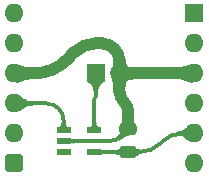
<source format=gtl>
%TF.GenerationSoftware,KiCad,Pcbnew,9.0.7*%
%TF.CreationDate,2026-01-29T18:33:57+02:00*%
%TF.ProjectId,W65C816 Power,57363543-3831-4362-9050-6f7765722e6b,V1*%
%TF.SameCoordinates,Original*%
%TF.FileFunction,Copper,L1,Top*%
%TF.FilePolarity,Positive*%
%FSLAX46Y46*%
G04 Gerber Fmt 4.6, Leading zero omitted, Abs format (unit mm)*
G04 Created by KiCad (PCBNEW 9.0.7) date 2026-01-29 18:33:57*
%MOMM*%
%LPD*%
G01*
G04 APERTURE LIST*
G04 Aperture macros list*
%AMRoundRect*
0 Rectangle with rounded corners*
0 $1 Rounding radius*
0 $2 $3 $4 $5 $6 $7 $8 $9 X,Y pos of 4 corners*
0 Add a 4 corners polygon primitive as box body*
4,1,4,$2,$3,$4,$5,$6,$7,$8,$9,$2,$3,0*
0 Add four circle primitives for the rounded corners*
1,1,$1+$1,$2,$3*
1,1,$1+$1,$4,$5*
1,1,$1+$1,$6,$7*
1,1,$1+$1,$8,$9*
0 Add four rect primitives between the rounded corners*
20,1,$1+$1,$2,$3,$4,$5,0*
20,1,$1+$1,$4,$5,$6,$7,0*
20,1,$1+$1,$6,$7,$8,$9,0*
20,1,$1+$1,$8,$9,$2,$3,0*%
G04 Aperture macros list end*
%TA.AperFunction,ComponentPad*%
%ADD10C,1.500000*%
%TD*%
%TA.AperFunction,ComponentPad*%
%ADD11R,1.500000X1.500000*%
%TD*%
%TA.AperFunction,SMDPad,CuDef*%
%ADD12R,1.150000X0.600000*%
%TD*%
%TA.AperFunction,SMDPad,CuDef*%
%ADD13RoundRect,0.250000X0.475000X-0.250000X0.475000X0.250000X-0.475000X0.250000X-0.475000X-0.250000X0*%
%TD*%
%TA.AperFunction,ComponentPad*%
%ADD14R,1.600000X1.600000*%
%TD*%
%TA.AperFunction,ComponentPad*%
%ADD15O,1.600000X1.600000*%
%TD*%
%TA.AperFunction,ComponentPad*%
%ADD16RoundRect,0.400000X-0.400000X-0.400000X0.400000X-0.400000X0.400000X0.400000X-0.400000X0.400000X0*%
%TD*%
%TA.AperFunction,Conductor*%
%ADD17C,0.380000*%
%TD*%
%TA.AperFunction,Conductor*%
%ADD18C,1.000000*%
%TD*%
G04 APERTURE END LIST*
D10*
%TO.P,C3,2*%
%TO.N,GND*%
X8889999Y-5080000D03*
D11*
%TO.P,C3,1*%
%TO.N,12V*%
X6889999Y-5080000D03*
%TD*%
D12*
%TO.P,IC1,5,14VIn*%
%TO.N,12V*%
X6761000Y-9845000D03*
%TO.P,IC1,4,5.0VOut*%
%TO.N,W65C816V*%
X6761000Y-11745000D03*
%TO.P,IC1,3,Bypass*%
%TO.N,unconnected-(IC1-Bypass-Pad3)*%
X4161000Y-11745000D03*
%TO.P,IC1,2,GND*%
%TO.N,GND*%
X4161000Y-10795000D03*
%TO.P,IC1,1,~{SHDN}*%
%TO.N,5V*%
X4161000Y-9845000D03*
%TD*%
D13*
%TO.P,C4,2*%
%TO.N,GND*%
X9652000Y-9829000D03*
%TO.P,C4,1*%
%TO.N,W65C816V*%
X9652000Y-11729000D03*
%TD*%
D14*
%TO.P,J2,12*%
%TO.N,unconnected-(J2-Pad12)*%
X15240000Y0D03*
D15*
%TO.P,J2,11*%
%TO.N,unconnected-(J2-Pad11)*%
X15240000Y-2540000D03*
%TO.P,J2,10*%
%TO.N,GND*%
X15240000Y-5080000D03*
%TO.P,J2,9*%
%TO.N,unconnected-(J2-Pad9)*%
X15240000Y-7620000D03*
%TO.P,J2,8*%
%TO.N,W65C816V*%
X15240000Y-10160000D03*
%TO.P,J2,7*%
%TO.N,unconnected-(J2-Pad7)*%
X15240000Y-12700000D03*
D16*
%TO.P,J2,6*%
%TO.N,unconnected-(J2-Pad6)*%
X0Y-12700000D03*
D15*
%TO.P,J2,5*%
%TO.N,unconnected-(J2-Pad5)*%
X0Y-10160000D03*
%TO.P,J2,4*%
%TO.N,5V*%
X0Y-7620000D03*
%TO.P,J2,3*%
%TO.N,GND*%
X0Y-5080000D03*
%TO.P,J2,2*%
%TO.N,12V*%
X0Y-2540000D03*
%TO.P,J2,1*%
%TO.N,unconnected-(J2-Pad1)*%
X0Y0D03*
%TD*%
D17*
%TO.N,5V*%
X3731500Y-8049500D02*
G75*
G02*
X4160998Y-9086404I-1036900J-1036900D01*
G01*
X3731500Y-8049500D02*
G75*
G03*
X2694595Y-7620002I-1036900J-1036900D01*
G01*
D18*
%TO.N,GND*%
X8889999Y-6573184D02*
G75*
G03*
X9270995Y-7493005I1300801J-16D01*
G01*
X8445499Y-2984499D02*
G75*
G03*
X7372382Y-2540007I-1073099J-1073101D01*
G01*
X6921500Y-2540000D02*
G75*
G03*
X5078687Y-3303331I0J-2606100D01*
G01*
X9271000Y-7493000D02*
G75*
G02*
X9651994Y-8412815I-919800J-919800D01*
G01*
X4469433Y-3912566D02*
G75*
G02*
X1651000Y-5079998I-2818433J2818436D01*
G01*
X8445499Y-2984499D02*
G75*
G02*
X8889993Y-4057616I-1073099J-1073101D01*
G01*
D17*
X9148500Y-10332500D02*
G75*
G02*
X7932943Y-10835999I-1215560J1215570D01*
G01*
%TO.N,12V*%
X6825499Y-7176499D02*
G75*
G03*
X6761006Y-7332215I155701J-155701D01*
G01*
X6889999Y-7020783D02*
G75*
G02*
X6825504Y-7176504I-220199J-17D01*
G01*
%TO.N,W65C816V*%
X12341510Y-11026488D02*
G75*
G02*
X10645500Y-11729005I-1696010J1695988D01*
G01*
X14224000Y-10160000D02*
G75*
G03*
X12489588Y-10878429I0J-2452800D01*
G01*
D18*
%TO.N,GND*%
X1651000Y-5080000D02*
X0Y-5080000D01*
X7372382Y-2540000D02*
X6921500Y-2540000D01*
X8889999Y-4057616D02*
X8889999Y-5080000D01*
X5078677Y-3303321D02*
X4469433Y-3912566D01*
X8889999Y-5080000D02*
X15240000Y-5080000D01*
X8889999Y-6573184D02*
X8889999Y-5080000D01*
D17*
X7932943Y-10836000D02*
X4202000Y-10836000D01*
X9652000Y-9829000D02*
X9148500Y-10332500D01*
%TO.N,5V*%
X4161000Y-9086404D02*
X4161000Y-9845000D01*
X2694595Y-7620000D02*
X0Y-7620000D01*
%TO.N,12V*%
X6889999Y-7020783D02*
X6889999Y-5080000D01*
X6761000Y-7332215D02*
X6761000Y-9845000D01*
%TO.N,W65C816V*%
X12341510Y-11026488D02*
X12489579Y-10878420D01*
X10645500Y-11729000D02*
X9652000Y-11729000D01*
X14224000Y-10160000D02*
X15240000Y-10160000D01*
X6761000Y-11745000D02*
X9636000Y-11745000D01*
D18*
%TO.N,GND*%
X9652000Y-8412815D02*
X9652000Y-9829000D01*
%TD*%
%TA.AperFunction,Conductor*%
%TO.N,GND*%
G36*
X167861Y-4298164D02*
G01*
X232999Y-4313589D01*
X495781Y-4375820D01*
X496494Y-4376014D01*
X738146Y-4450545D01*
X950122Y-4514970D01*
X1141721Y-4550409D01*
X1201379Y-4561444D01*
X1201381Y-4561444D01*
X1201391Y-4561446D01*
X1372547Y-4575181D01*
X1573194Y-4579740D01*
X1581387Y-4583354D01*
X1584628Y-4591437D01*
X1584628Y-5568684D01*
X1581201Y-5576957D01*
X1573318Y-5580377D01*
X1294929Y-5589669D01*
X1294918Y-5589670D01*
X1078938Y-5616574D01*
X1078931Y-5616575D01*
X904158Y-5657560D01*
X738144Y-5709455D01*
X738143Y-5709455D01*
X532554Y-5773712D01*
X531810Y-5773918D01*
X167901Y-5861772D01*
X159054Y-5860383D01*
X153782Y-5853145D01*
X153683Y-5852696D01*
X137895Y-5773828D01*
X-541Y-5082292D01*
X-541Y-5077707D01*
X153694Y-4307250D01*
X158677Y-4299813D01*
X167462Y-4298077D01*
X167861Y-4298164D01*
G37*
%TD.AperFunction*%
%TD*%
%TA.AperFunction,Conductor*%
%TO.N,GND*%
G36*
X9343400Y-3635945D02*
G01*
X9348851Y-3643049D01*
X9348900Y-3643235D01*
X9469776Y-4125974D01*
X9469907Y-4126560D01*
X9539863Y-4482629D01*
X9539876Y-4482700D01*
X9623424Y-4922300D01*
X9621602Y-4931068D01*
X9614228Y-4935957D01*
X8892553Y-5080505D01*
X8887959Y-5080505D01*
X8166404Y-4936082D01*
X8158964Y-4931099D01*
X8157228Y-4922314D01*
X8157333Y-4921840D01*
X8188657Y-4794955D01*
X8188959Y-4793939D01*
X8228752Y-4679658D01*
X8229207Y-4678540D01*
X8314371Y-4497072D01*
X8366222Y-4391122D01*
X8409424Y-4257989D01*
X8418501Y-4186585D01*
X8418290Y-4105915D01*
X8406189Y-4006693D01*
X8382548Y-3901466D01*
X8384078Y-3892644D01*
X8390935Y-3887601D01*
X9334523Y-3634776D01*
X9343400Y-3635945D01*
G37*
%TD.AperFunction*%
%TD*%
%TA.AperFunction,Conductor*%
%TO.N,GND*%
G36*
X9047977Y-4347037D02*
G01*
X9332949Y-4411237D01*
X9333401Y-4411350D01*
X9549238Y-4470249D01*
X9713137Y-4514988D01*
X9967621Y-4561207D01*
X10146633Y-4575151D01*
X10364137Y-4579757D01*
X10372334Y-4583358D01*
X10375588Y-4591454D01*
X10375588Y-5568618D01*
X10372161Y-5576891D01*
X10364211Y-5580314D01*
X10093471Y-5587794D01*
X9884865Y-5609930D01*
X9715044Y-5644537D01*
X9715041Y-5644537D01*
X9715040Y-5644538D01*
X9549235Y-5689752D01*
X9549192Y-5689763D01*
X9437875Y-5721016D01*
X9437395Y-5721140D01*
X9048095Y-5812815D01*
X9039256Y-5811376D01*
X9034025Y-5804109D01*
X9033941Y-5803725D01*
X8889459Y-5082298D01*
X8889459Y-5077702D01*
X9033964Y-4356157D01*
X9038948Y-4348721D01*
X9047733Y-4346986D01*
X9047977Y-4347037D01*
G37*
%TD.AperFunction*%
%TD*%
%TA.AperFunction,Conductor*%
%TO.N,GND*%
G36*
X15080945Y-4299616D02*
G01*
X15086217Y-4306854D01*
X15086316Y-4307303D01*
X15240540Y-5077703D01*
X15240540Y-5082297D01*
X15086306Y-5852747D01*
X15081322Y-5860186D01*
X15072537Y-5861922D01*
X15072138Y-5861835D01*
X14744239Y-5784183D01*
X14743487Y-5783978D01*
X14501832Y-5709447D01*
X14289885Y-5645031D01*
X14038621Y-5598555D01*
X14038611Y-5598554D01*
X14038610Y-5598554D01*
X13867454Y-5584819D01*
X13847145Y-5584357D01*
X13666806Y-5580259D01*
X13658613Y-5576645D01*
X13655372Y-5568562D01*
X13655372Y-4591315D01*
X13658799Y-4583042D01*
X13666680Y-4579622D01*
X13790504Y-4575489D01*
X13945069Y-4570330D01*
X13945078Y-4570329D01*
X13945082Y-4570329D01*
X14161068Y-4543424D01*
X14335826Y-4502443D01*
X14501853Y-4450546D01*
X14707471Y-4386279D01*
X14708162Y-4386088D01*
X15072100Y-4298227D01*
X15080945Y-4299616D01*
G37*
%TD.AperFunction*%
%TD*%
%TA.AperFunction,Conductor*%
%TO.N,GND*%
G36*
X9613839Y-5223965D02*
G01*
X9621277Y-5228949D01*
X9623012Y-5237734D01*
X9622954Y-5238007D01*
X9558767Y-5522920D01*
X9558640Y-5523429D01*
X9499751Y-5739235D01*
X9499751Y-5739236D01*
X9455014Y-5903122D01*
X9455011Y-5903134D01*
X9408791Y-6157626D01*
X9394847Y-6336639D01*
X9390242Y-6554137D01*
X9386641Y-6562335D01*
X9378545Y-6565589D01*
X8401381Y-6565589D01*
X8393108Y-6562162D01*
X8389685Y-6554212D01*
X8387562Y-6477411D01*
X8382205Y-6283480D01*
X8360070Y-6074877D01*
X8325461Y-5905043D01*
X8280248Y-5739239D01*
X8248974Y-5627851D01*
X8248863Y-5627418D01*
X8157183Y-5238094D01*
X8158622Y-5229257D01*
X8165889Y-5224026D01*
X8166263Y-5223944D01*
X8887702Y-5079460D01*
X8892296Y-5079460D01*
X9613839Y-5223965D01*
G37*
%TD.AperFunction*%
%TD*%
%TA.AperFunction,Conductor*%
%TO.N,GND*%
G36*
X4737526Y-10533856D02*
G01*
X4738503Y-10536990D01*
X4743309Y-10566467D01*
X4743310Y-10566471D01*
X4743311Y-10566473D01*
X4763407Y-10599544D01*
X4793534Y-10622564D01*
X4830939Y-10637257D01*
X4916567Y-10648541D01*
X4916574Y-10648540D01*
X4916575Y-10648541D01*
X4998259Y-10647169D01*
X4999457Y-10647131D01*
X5023938Y-10646373D01*
X5032313Y-10649541D01*
X5035994Y-10657704D01*
X5036000Y-10658067D01*
X5036000Y-11013223D01*
X5032573Y-11021496D01*
X5024300Y-11024923D01*
X5023273Y-11024878D01*
X4971932Y-11020353D01*
X4971857Y-11020346D01*
X4889743Y-11012576D01*
X4889737Y-11012575D01*
X4801599Y-11018243D01*
X4754093Y-11043575D01*
X4740761Y-11065515D01*
X4738583Y-11079002D01*
X4733881Y-11086623D01*
X4725168Y-11088687D01*
X4721628Y-11087514D01*
X4180858Y-10805863D01*
X4175104Y-10799002D01*
X4175886Y-10790081D01*
X4181244Y-10784917D01*
X4721939Y-10528302D01*
X4730883Y-10527852D01*
X4737526Y-10533856D01*
G37*
%TD.AperFunction*%
%TD*%
%TA.AperFunction,Conductor*%
%TO.N,GND*%
G36*
X9645088Y-9828304D02*
G01*
X9653251Y-9831986D01*
X9655662Y-9835844D01*
X9836996Y-10313332D01*
X9836729Y-10322283D01*
X9830212Y-10328424D01*
X9826188Y-10329185D01*
X9825546Y-10329192D01*
X9822385Y-10329227D01*
X9822381Y-10329227D01*
X9822364Y-10329228D01*
X9724799Y-10338938D01*
X9724793Y-10338939D01*
X9724791Y-10338940D01*
X9688081Y-10347168D01*
X9624542Y-10361409D01*
X9493003Y-10406177D01*
X9362377Y-10464549D01*
X9214995Y-10544078D01*
X9077790Y-10629163D01*
X8864082Y-10780261D01*
X8855348Y-10782239D01*
X8847774Y-10777463D01*
X8846902Y-10776020D01*
X8772078Y-10629167D01*
X8684833Y-10457938D01*
X8684132Y-10449012D01*
X8687907Y-10443526D01*
X8708543Y-10426866D01*
X8822750Y-10305122D01*
X8906147Y-10170131D01*
X8950177Y-10040260D01*
X8956795Y-9919410D01*
X8930979Y-9821102D01*
X8932192Y-9812231D01*
X8939323Y-9806815D01*
X8942655Y-9806437D01*
X9645088Y-9828304D01*
G37*
%TD.AperFunction*%
%TD*%
%TA.AperFunction,Conductor*%
%TO.N,5V*%
G36*
X4347050Y-9248427D02*
G01*
X4350477Y-9256700D01*
X4350466Y-9257206D01*
X4349046Y-9289694D01*
X4349043Y-9289752D01*
X4347086Y-9396981D01*
X4347086Y-9396984D01*
X4363470Y-9479574D01*
X4363471Y-9479575D01*
X4398737Y-9526899D01*
X4426007Y-9540237D01*
X4437668Y-9541824D01*
X4445404Y-9546335D01*
X4447684Y-9554994D01*
X4444378Y-9561676D01*
X4169287Y-9837685D01*
X4161019Y-9841126D01*
X4152741Y-9837713D01*
X4152713Y-9837685D01*
X3876986Y-9561039D01*
X3873573Y-9552761D01*
X3877014Y-9544493D01*
X3883330Y-9541242D01*
X3902586Y-9538003D01*
X3932997Y-9518731D01*
X3953879Y-9489764D01*
X3966878Y-9453679D01*
X3975808Y-9370472D01*
X3972957Y-9289743D01*
X3971534Y-9257210D01*
X3974596Y-9248796D01*
X3982712Y-9245011D01*
X3983223Y-9245000D01*
X4338777Y-9245000D01*
X4347050Y-9248427D01*
G37*
%TD.AperFunction*%
%TD*%
%TA.AperFunction,Conductor*%
%TO.N,5V*%
G36*
X454004Y-6961591D02*
G01*
X454227Y-6961744D01*
X718161Y-7148669D01*
X718175Y-7148679D01*
X718174Y-7148679D01*
X836823Y-7232170D01*
X903887Y-7279363D01*
X903895Y-7279367D01*
X1059310Y-7359599D01*
X1059313Y-7359600D01*
X1059315Y-7359601D01*
X1147266Y-7388199D01*
X1247859Y-7409104D01*
X1397935Y-7424888D01*
X1573248Y-7429688D01*
X1581425Y-7433340D01*
X1584628Y-7441384D01*
X1584628Y-7798897D01*
X1581201Y-7807170D01*
X1573541Y-7810581D01*
X1283330Y-7825799D01*
X1283328Y-7825800D01*
X1169548Y-7846218D01*
X1169540Y-7846220D01*
X1071958Y-7875581D01*
X984316Y-7914323D01*
X984314Y-7914324D01*
X900323Y-7962896D01*
X900321Y-7962897D01*
X718168Y-8091323D01*
X718169Y-8091324D01*
X454256Y-8278235D01*
X445524Y-8280220D01*
X437946Y-8275449D01*
X437773Y-8275197D01*
X3358Y-7626508D01*
X1602Y-7617729D01*
X3357Y-7613492D01*
X437774Y-6964800D01*
X445223Y-6959834D01*
X454004Y-6961591D01*
G37*
%TD.AperFunction*%
%TD*%
%TA.AperFunction,Conductor*%
%TO.N,12V*%
G36*
X6898267Y-5087279D02*
G01*
X6898278Y-5087290D01*
X7622125Y-5812102D01*
X7625546Y-5820378D01*
X7622114Y-5828649D01*
X7614787Y-5832032D01*
X7575995Y-5835160D01*
X7515896Y-5850003D01*
X7451476Y-5877859D01*
X7451475Y-5877860D01*
X7392248Y-5915809D01*
X7392237Y-5915817D01*
X7329118Y-5971449D01*
X7329115Y-5971452D01*
X7273138Y-6036645D01*
X7215806Y-6123365D01*
X7168582Y-6216111D01*
X7168573Y-6216132D01*
X7128203Y-6320447D01*
X7128200Y-6320456D01*
X7100032Y-6421713D01*
X7100032Y-6421715D01*
X7081294Y-6569769D01*
X7076856Y-6577546D01*
X7069687Y-6580000D01*
X6710870Y-6580000D01*
X6702597Y-6576573D01*
X6699202Y-6569158D01*
X6694062Y-6499269D01*
X6694061Y-6499262D01*
X6675298Y-6421711D01*
X6648235Y-6309851D01*
X6570675Y-6134764D01*
X6475918Y-5998559D01*
X6371821Y-5904344D01*
X6371819Y-5904343D01*
X6371818Y-5904342D01*
X6315756Y-5876380D01*
X6260516Y-5848828D01*
X6260514Y-5848827D01*
X6162727Y-5833550D01*
X6155082Y-5828887D01*
X6152973Y-5820184D01*
X6156252Y-5813724D01*
X6881720Y-5087289D01*
X6889991Y-5083858D01*
X6898267Y-5087279D01*
G37*
%TD.AperFunction*%
%TD*%
%TA.AperFunction,Conductor*%
%TO.N,12V*%
G36*
X6947050Y-9248427D02*
G01*
X6950477Y-9256700D01*
X6950466Y-9257206D01*
X6949046Y-9289694D01*
X6949043Y-9289752D01*
X6947086Y-9396981D01*
X6947086Y-9396984D01*
X6963470Y-9479574D01*
X6963471Y-9479575D01*
X6998737Y-9526899D01*
X7026007Y-9540237D01*
X7037668Y-9541824D01*
X7045404Y-9546335D01*
X7047684Y-9554994D01*
X7044378Y-9561676D01*
X6769287Y-9837685D01*
X6761019Y-9841126D01*
X6752741Y-9837713D01*
X6752713Y-9837685D01*
X6476986Y-9561039D01*
X6473573Y-9552761D01*
X6477014Y-9544493D01*
X6483330Y-9541242D01*
X6502586Y-9538003D01*
X6532997Y-9518731D01*
X6553879Y-9489764D01*
X6566878Y-9453679D01*
X6575808Y-9370472D01*
X6572957Y-9289743D01*
X6571534Y-9257210D01*
X6574596Y-9248796D01*
X6582712Y-9245011D01*
X6583223Y-9245000D01*
X6938777Y-9245000D01*
X6947050Y-9248427D01*
G37*
%TD.AperFunction*%
%TD*%
%TA.AperFunction,Conductor*%
%TO.N,W65C816V*%
G36*
X10226826Y-11259825D02*
G01*
X10228539Y-11262547D01*
X10249665Y-11309369D01*
X10283435Y-11357604D01*
X10283439Y-11357609D01*
X10333612Y-11406564D01*
X10333611Y-11406564D01*
X10391778Y-11446295D01*
X10391779Y-11446295D01*
X10391780Y-11446296D01*
X10476900Y-11486180D01*
X10565834Y-11513321D01*
X10680557Y-11533125D01*
X10768061Y-11537861D01*
X10776135Y-11541729D01*
X10779027Y-11548016D01*
X10825778Y-11903120D01*
X10823460Y-11911769D01*
X10815705Y-11916247D01*
X10815298Y-11916293D01*
X10640992Y-11933053D01*
X10477807Y-11977563D01*
X10477804Y-11977565D01*
X10355227Y-12040605D01*
X10271719Y-12117858D01*
X10271718Y-12117859D01*
X10229465Y-12197209D01*
X10222552Y-12202901D01*
X10213639Y-12202037D01*
X10211607Y-12200664D01*
X10207499Y-12197209D01*
X9661651Y-11738081D01*
X9657525Y-11730133D01*
X9660228Y-11721596D01*
X9661639Y-11720183D01*
X10210341Y-11258406D01*
X10218877Y-11255702D01*
X10226826Y-11259825D01*
G37*
%TD.AperFunction*%
%TD*%
%TA.AperFunction,Conductor*%
%TO.N,W65C816V*%
G36*
X14802055Y-9504545D02*
G01*
X14802064Y-9504558D01*
X15236604Y-10153233D01*
X15238361Y-10162014D01*
X15236606Y-10166253D01*
X14802396Y-10814938D01*
X14794946Y-10819907D01*
X14786165Y-10818153D01*
X14785686Y-10817814D01*
X14705447Y-10757890D01*
X14620721Y-10694615D01*
X14620014Y-10694043D01*
X14483595Y-10574588D01*
X14483545Y-10574544D01*
X14395598Y-10496647D01*
X14395587Y-10496638D01*
X14273130Y-10408482D01*
X14214298Y-10385307D01*
X14155054Y-10361969D01*
X14155051Y-10361968D01*
X14155052Y-10361968D01*
X14103635Y-10354032D01*
X14086179Y-10351338D01*
X14086177Y-10351337D01*
X14086171Y-10351337D01*
X14008574Y-10350463D01*
X14008560Y-10350463D01*
X13909349Y-10361979D01*
X13909331Y-10361982D01*
X13805023Y-10385307D01*
X13796202Y-10383768D01*
X13791170Y-10376918D01*
X13698698Y-10031812D01*
X13699866Y-10022935D01*
X13706774Y-10017538D01*
X14016693Y-9928734D01*
X14234438Y-9845835D01*
X14423206Y-9742130D01*
X14657247Y-9587742D01*
X14785819Y-9501357D01*
X14794596Y-9499589D01*
X14802055Y-9504545D01*
G37*
%TD.AperFunction*%
%TD*%
%TA.AperFunction,Conductor*%
%TO.N,W65C816V*%
G36*
X7337509Y-11457405D02*
G01*
X7338670Y-11460869D01*
X7342996Y-11486584D01*
X7342997Y-11486586D01*
X7352633Y-11501791D01*
X7362269Y-11516998D01*
X7384914Y-11533321D01*
X7391236Y-11537879D01*
X7427321Y-11550878D01*
X7510528Y-11559808D01*
X7591257Y-11556957D01*
X7623789Y-11555534D01*
X7632204Y-11558596D01*
X7635989Y-11566712D01*
X7636000Y-11567223D01*
X7636000Y-11922777D01*
X7632573Y-11931050D01*
X7624300Y-11934477D01*
X7623793Y-11934466D01*
X7591257Y-11933043D01*
X7484019Y-11931086D01*
X7484018Y-11931086D01*
X7484015Y-11931086D01*
X7401425Y-11947470D01*
X7354101Y-11982736D01*
X7340762Y-12010007D01*
X7338243Y-12028516D01*
X7333732Y-12036251D01*
X7325072Y-12038531D01*
X7321245Y-12037315D01*
X7123775Y-11934466D01*
X6779922Y-11755376D01*
X6774169Y-11748516D01*
X6774951Y-11739595D01*
X6779922Y-11734623D01*
X7321728Y-11452432D01*
X7330648Y-11451651D01*
X7337509Y-11457405D01*
G37*
%TD.AperFunction*%
%TD*%
%TA.AperFunction,Conductor*%
%TO.N,W65C816V*%
G36*
X9090366Y-11255989D02*
G01*
X9092462Y-11257397D01*
X9642358Y-11720047D01*
X9646483Y-11727996D01*
X9643779Y-11736532D01*
X9642358Y-11737953D01*
X9093105Y-12200061D01*
X9084569Y-12202765D01*
X9076620Y-12198640D01*
X9074966Y-12196045D01*
X9057971Y-12159504D01*
X9057969Y-12159501D01*
X9025211Y-12116076D01*
X8972947Y-12069978D01*
X8972942Y-12069974D01*
X8910610Y-12032128D01*
X8910609Y-12032127D01*
X8910605Y-12032125D01*
X8812951Y-11991975D01*
X8812944Y-11991972D01*
X8708647Y-11964171D01*
X8708641Y-11964170D01*
X8554360Y-11941146D01*
X8554359Y-11941145D01*
X8554361Y-11941145D01*
X8438136Y-11935537D01*
X8430038Y-11931716D01*
X8427000Y-11923851D01*
X8427000Y-11566480D01*
X8430427Y-11558207D01*
X8438477Y-11554782D01*
X8461639Y-11554344D01*
X8656342Y-11531328D01*
X8825295Y-11482707D01*
X8950055Y-11417145D01*
X9033549Y-11339104D01*
X9074570Y-11260912D01*
X9081447Y-11255180D01*
X9090366Y-11255989D01*
G37*
%TD.AperFunction*%
%TD*%
M02*

</source>
